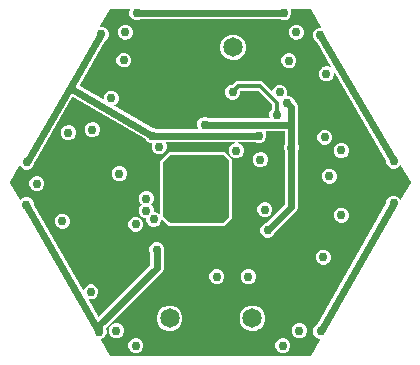
<source format=gbr>
G04 EAGLE Gerber RS-274X export*
G75*
%MOMM*%
%FSLAX34Y34*%
%LPD*%
%INEAGLE Copper Layer 2*%
%IPPOS*%
%AMOC8*
5,1,8,0,0,1.08239X$1,22.5*%
G01*
%ADD10C,1.650000*%
%ADD11C,0.756400*%
%ADD12C,0.609600*%
%ADD13C,0.304800*%

G36*
X430826Y199257D02*
X430826Y199257D01*
X430900Y199264D01*
X430924Y199277D01*
X430950Y199282D01*
X431011Y199324D01*
X431076Y199359D01*
X431095Y199381D01*
X431116Y199395D01*
X431145Y199440D01*
X431193Y199496D01*
X439086Y213167D01*
X439097Y213203D01*
X439118Y213234D01*
X439129Y213297D01*
X439150Y213357D01*
X439147Y213395D01*
X439153Y213431D01*
X439140Y213494D01*
X439135Y213557D01*
X439118Y213590D01*
X439110Y213627D01*
X439073Y213679D01*
X439044Y213736D01*
X439015Y213760D01*
X438994Y213790D01*
X438940Y213824D01*
X438891Y213865D01*
X438855Y213877D01*
X438824Y213896D01*
X438751Y213909D01*
X438700Y213925D01*
X438675Y213923D01*
X438646Y213928D01*
X438486Y213928D01*
X436162Y214891D01*
X434383Y216669D01*
X433421Y218993D01*
X433421Y221509D01*
X434383Y223832D01*
X436162Y225611D01*
X436264Y225653D01*
X436327Y225696D01*
X436395Y225733D01*
X436411Y225753D01*
X436430Y225765D01*
X436434Y225772D01*
X436435Y225772D01*
X436449Y225793D01*
X436460Y225811D01*
X436510Y225871D01*
X495095Y328876D01*
X495103Y328903D01*
X495109Y328912D01*
X495111Y328920D01*
X495129Y328949D01*
X495141Y329017D01*
X495157Y329066D01*
X495155Y329094D01*
X495161Y329127D01*
X495161Y330063D01*
X496123Y332387D01*
X497902Y334165D01*
X498012Y334211D01*
X498013Y334211D01*
X499237Y334718D01*
X500226Y335128D01*
X502741Y335128D01*
X505065Y334165D01*
X506844Y332387D01*
X506898Y332257D01*
X506937Y332199D01*
X506969Y332136D01*
X506992Y332116D01*
X507009Y332090D01*
X507068Y332052D01*
X507122Y332007D01*
X507151Y331997D01*
X507177Y331980D01*
X507246Y331967D01*
X507313Y331946D01*
X507344Y331949D01*
X507374Y331944D01*
X507443Y331959D01*
X507512Y331965D01*
X507540Y331980D01*
X507570Y331986D01*
X507627Y332027D01*
X507689Y332060D01*
X507711Y332085D01*
X507734Y332101D01*
X507761Y332145D01*
X507805Y332197D01*
X515744Y345948D01*
X515768Y346018D01*
X515799Y346086D01*
X515800Y346113D01*
X515808Y346138D01*
X515803Y346212D01*
X515805Y346286D01*
X515796Y346313D01*
X515794Y346338D01*
X515770Y346386D01*
X515744Y346456D01*
X507588Y360583D01*
X507541Y360637D01*
X507500Y360696D01*
X507475Y360712D01*
X507456Y360734D01*
X507391Y360765D01*
X507331Y360803D01*
X507302Y360808D01*
X507275Y360821D01*
X507204Y360825D01*
X507133Y360837D01*
X507104Y360830D01*
X507075Y360832D01*
X507008Y360807D01*
X506938Y360791D01*
X506912Y360773D01*
X506886Y360764D01*
X506848Y360729D01*
X506790Y360688D01*
X505232Y359130D01*
X504886Y358987D01*
X503662Y358480D01*
X502908Y358167D01*
X500392Y358167D01*
X498068Y359130D01*
X496290Y360908D01*
X495327Y363232D01*
X495327Y364100D01*
X495326Y364105D01*
X495327Y364109D01*
X495319Y364147D01*
X495320Y364187D01*
X495298Y364248D01*
X495288Y364297D01*
X495284Y364302D01*
X495284Y364305D01*
X495269Y364325D01*
X495258Y364356D01*
X451768Y438910D01*
X451723Y438961D01*
X451685Y439017D01*
X451657Y439035D01*
X451635Y439060D01*
X451574Y439089D01*
X451517Y439126D01*
X451484Y439132D01*
X451454Y439146D01*
X451386Y439150D01*
X451320Y439162D01*
X451287Y439155D01*
X451254Y439156D01*
X451190Y439133D01*
X451124Y439118D01*
X451097Y439099D01*
X451066Y439088D01*
X451016Y439041D01*
X450961Y439002D01*
X450943Y438974D01*
X450919Y438951D01*
X450891Y438890D01*
X450855Y438832D01*
X450848Y438796D01*
X450836Y438769D01*
X450834Y438719D01*
X450823Y438655D01*
X450823Y437118D01*
X449860Y434794D01*
X448082Y433016D01*
X446928Y432538D01*
X445758Y432053D01*
X443242Y432053D01*
X440918Y433016D01*
X439140Y434794D01*
X438177Y437118D01*
X438177Y439634D01*
X439140Y441958D01*
X440918Y443736D01*
X441017Y443777D01*
X442241Y444284D01*
X443242Y444699D01*
X445758Y444699D01*
X447840Y443836D01*
X447876Y443829D01*
X447910Y443813D01*
X447974Y443810D01*
X448037Y443798D01*
X448073Y443805D01*
X448110Y443803D01*
X448170Y443825D01*
X448233Y443838D01*
X448264Y443859D01*
X448298Y443872D01*
X448345Y443916D01*
X448398Y443952D01*
X448418Y443983D01*
X448445Y444008D01*
X448472Y444066D01*
X448507Y444120D01*
X448513Y444157D01*
X448528Y444191D01*
X448530Y444255D01*
X448541Y444318D01*
X448533Y444354D01*
X448534Y444391D01*
X448508Y444461D01*
X448497Y444513D01*
X448482Y444533D01*
X448472Y444560D01*
X436239Y465532D01*
X436189Y465588D01*
X436146Y465648D01*
X436122Y465663D01*
X436105Y465682D01*
X436057Y465705D01*
X435995Y465745D01*
X435838Y465810D01*
X434060Y467588D01*
X433097Y469912D01*
X433097Y472428D01*
X434060Y474752D01*
X435838Y476530D01*
X436364Y476748D01*
X436365Y476748D01*
X437589Y477255D01*
X438162Y477493D01*
X439214Y477493D01*
X439250Y477500D01*
X439288Y477498D01*
X439348Y477520D01*
X439410Y477532D01*
X439441Y477553D01*
X439476Y477566D01*
X439523Y477609D01*
X439576Y477645D01*
X439596Y477676D01*
X439624Y477702D01*
X439651Y477760D01*
X439685Y477813D01*
X439692Y477850D01*
X439708Y477884D01*
X439710Y477948D01*
X439721Y478010D01*
X439713Y478047D01*
X439714Y478084D01*
X439689Y478154D01*
X439677Y478206D01*
X439663Y478226D01*
X439653Y478254D01*
X431193Y492908D01*
X431144Y492963D01*
X431101Y493023D01*
X431078Y493038D01*
X431060Y493058D01*
X430994Y493090D01*
X430931Y493129D01*
X430902Y493134D01*
X430880Y493145D01*
X430826Y493148D01*
X430754Y493161D01*
X414916Y493161D01*
X414912Y493160D01*
X414908Y493161D01*
X414814Y493141D01*
X414719Y493122D01*
X414716Y493119D01*
X414712Y493119D01*
X414633Y493063D01*
X414553Y493009D01*
X414551Y493006D01*
X414548Y493003D01*
X414497Y492921D01*
X414444Y492841D01*
X414444Y492837D01*
X414441Y492834D01*
X414426Y492738D01*
X414409Y492644D01*
X414410Y492640D01*
X414409Y492636D01*
X414447Y492460D01*
X414852Y491482D01*
X414852Y488967D01*
X413890Y486643D01*
X412111Y484864D01*
X411920Y484785D01*
X410695Y484278D01*
X409787Y483901D01*
X407272Y483901D01*
X405593Y484597D01*
X405584Y484599D01*
X405576Y484603D01*
X405399Y484635D01*
X405396Y484635D01*
X287005Y484635D01*
X286996Y484634D01*
X286987Y484635D01*
X286811Y484597D01*
X286809Y484596D01*
X286040Y484278D01*
X285132Y483901D01*
X282617Y483901D01*
X280293Y484864D01*
X278514Y486643D01*
X277552Y488966D01*
X277552Y491482D01*
X277957Y492460D01*
X277958Y492464D01*
X277960Y492467D01*
X277977Y492562D01*
X277996Y492657D01*
X277995Y492660D01*
X277995Y492664D01*
X277974Y492758D01*
X277955Y492853D01*
X277953Y492856D01*
X277952Y492860D01*
X277896Y492939D01*
X277841Y493018D01*
X277838Y493020D01*
X277836Y493023D01*
X277754Y493074D01*
X277673Y493127D01*
X277669Y493127D01*
X277666Y493129D01*
X277488Y493161D01*
X261650Y493161D01*
X261578Y493147D01*
X261504Y493140D01*
X261480Y493127D01*
X261454Y493122D01*
X261393Y493080D01*
X261328Y493045D01*
X261309Y493023D01*
X261288Y493009D01*
X261259Y492964D01*
X261211Y492908D01*
X253185Y479006D01*
X253174Y478971D01*
X253153Y478940D01*
X253142Y478877D01*
X253122Y478816D01*
X253124Y478779D01*
X253118Y478742D01*
X253132Y478680D01*
X253136Y478616D01*
X253153Y478583D01*
X253161Y478547D01*
X253198Y478495D01*
X253227Y478438D01*
X253256Y478414D01*
X253277Y478383D01*
X253331Y478350D01*
X253380Y478308D01*
X253416Y478297D01*
X253447Y478277D01*
X253520Y478264D01*
X253571Y478248D01*
X253596Y478251D01*
X253625Y478245D01*
X255196Y478245D01*
X257519Y477283D01*
X259298Y475504D01*
X260261Y473180D01*
X260261Y470665D01*
X259298Y468341D01*
X257519Y466563D01*
X257426Y466524D01*
X257371Y466501D01*
X257309Y466460D01*
X257243Y466425D01*
X257225Y466403D01*
X257205Y466389D01*
X257175Y466344D01*
X257126Y466287D01*
X235561Y429186D01*
X235560Y429182D01*
X235557Y429178D01*
X235528Y429087D01*
X235497Y428996D01*
X235497Y428992D01*
X235496Y428987D01*
X235504Y428892D01*
X235511Y428796D01*
X235513Y428792D01*
X235513Y428788D01*
X235558Y428703D01*
X235601Y428617D01*
X235605Y428614D01*
X235607Y428610D01*
X235744Y428493D01*
X255296Y417056D01*
X255333Y417043D01*
X255365Y417022D01*
X255426Y417011D01*
X255485Y416991D01*
X255524Y416993D01*
X255562Y416986D01*
X255623Y417000D01*
X255685Y417004D01*
X255720Y417022D01*
X255758Y417030D01*
X255809Y417066D01*
X255865Y417094D01*
X255890Y417124D01*
X255921Y417146D01*
X255954Y417199D01*
X255995Y417246D01*
X256007Y417283D01*
X256027Y417316D01*
X256040Y417387D01*
X256056Y417437D01*
X256054Y417463D01*
X256059Y417494D01*
X256059Y419088D01*
X257022Y421412D01*
X258800Y423190D01*
X259517Y423487D01*
X260741Y423994D01*
X261124Y424153D01*
X263640Y424153D01*
X265964Y423190D01*
X267742Y421412D01*
X268705Y419088D01*
X268705Y416572D01*
X267742Y414248D01*
X265964Y412470D01*
X265428Y412248D01*
X265251Y412175D01*
X265194Y412137D01*
X265133Y412106D01*
X265112Y412081D01*
X265085Y412063D01*
X265047Y412006D01*
X265002Y411953D01*
X264993Y411923D01*
X264975Y411896D01*
X264962Y411828D01*
X264941Y411762D01*
X264944Y411730D01*
X264938Y411698D01*
X264953Y411631D01*
X264959Y411563D01*
X264974Y411534D01*
X264981Y411503D01*
X265020Y411446D01*
X265052Y411386D01*
X265079Y411363D01*
X265096Y411339D01*
X265139Y411312D01*
X265189Y411268D01*
X297321Y392472D01*
X297363Y392458D01*
X297400Y392435D01*
X297464Y392423D01*
X297511Y392407D01*
X297542Y392409D01*
X297577Y392403D01*
X298438Y392403D01*
X300116Y391707D01*
X300125Y391706D01*
X300133Y391701D01*
X300311Y391669D01*
X335220Y391669D01*
X335224Y391670D01*
X335228Y391669D01*
X335322Y391689D01*
X335417Y391708D01*
X335420Y391711D01*
X335424Y391711D01*
X335503Y391767D01*
X335582Y391821D01*
X335584Y391824D01*
X335588Y391827D01*
X335639Y391909D01*
X335692Y391989D01*
X335692Y391993D01*
X335694Y391996D01*
X335710Y392092D01*
X335727Y392186D01*
X335726Y392190D01*
X335727Y392194D01*
X335689Y392370D01*
X334971Y394102D01*
X334971Y396618D01*
X335934Y398942D01*
X337712Y400720D01*
X338793Y401168D01*
X340018Y401675D01*
X340036Y401683D01*
X342552Y401683D01*
X344230Y400987D01*
X344239Y400986D01*
X344247Y400981D01*
X344424Y400949D01*
X396193Y400949D01*
X396197Y400950D01*
X396201Y400949D01*
X396295Y400969D01*
X396390Y400988D01*
X396393Y400991D01*
X396397Y400991D01*
X396476Y401047D01*
X396555Y401101D01*
X396558Y401104D01*
X396561Y401107D01*
X396612Y401189D01*
X396665Y401269D01*
X396665Y401273D01*
X396667Y401276D01*
X396683Y401372D01*
X396700Y401466D01*
X396699Y401470D01*
X396700Y401474D01*
X396662Y401650D01*
X396267Y402602D01*
X396267Y405118D01*
X397230Y407442D01*
X398377Y408588D01*
X398381Y408595D01*
X398387Y408600D01*
X398436Y408678D01*
X398488Y408755D01*
X398489Y408763D01*
X398493Y408770D01*
X398525Y408947D01*
X398525Y412126D01*
X398524Y412134D01*
X398525Y412142D01*
X398504Y412232D01*
X398486Y412323D01*
X398481Y412329D01*
X398479Y412337D01*
X398377Y412485D01*
X387085Y423777D01*
X387078Y423781D01*
X387074Y423787D01*
X386995Y423836D01*
X386918Y423888D01*
X386910Y423889D01*
X386904Y423893D01*
X386726Y423925D01*
X371925Y423925D01*
X371917Y423924D01*
X371910Y423925D01*
X371820Y423904D01*
X371729Y423886D01*
X371722Y423881D01*
X371714Y423879D01*
X371566Y423777D01*
X371442Y423653D01*
X371438Y423646D01*
X371432Y423642D01*
X371383Y423563D01*
X371331Y423486D01*
X371330Y423478D01*
X371326Y423471D01*
X371294Y423294D01*
X371294Y421672D01*
X370331Y419348D01*
X368553Y417570D01*
X367952Y417321D01*
X366727Y416813D01*
X366229Y416607D01*
X363713Y416607D01*
X361390Y417570D01*
X359611Y419348D01*
X358648Y421672D01*
X358648Y424187D01*
X359611Y426511D01*
X361390Y428290D01*
X362040Y428559D01*
X363265Y429067D01*
X363713Y429252D01*
X365335Y429252D01*
X365343Y429254D01*
X365351Y429253D01*
X365441Y429274D01*
X365532Y429292D01*
X365538Y429297D01*
X365546Y429298D01*
X365694Y429401D01*
X368348Y432055D01*
X390304Y432055D01*
X398090Y424268D01*
X398093Y424266D01*
X398095Y424263D01*
X398177Y424211D01*
X398257Y424158D01*
X398261Y424157D01*
X398264Y424155D01*
X398360Y424138D01*
X398454Y424120D01*
X398458Y424121D01*
X398461Y424120D01*
X398556Y424142D01*
X398650Y424162D01*
X398653Y424164D01*
X398657Y424165D01*
X398735Y424221D01*
X398814Y424276D01*
X398817Y424279D01*
X398820Y424281D01*
X398917Y424433D01*
X399770Y426492D01*
X401548Y428270D01*
X402247Y428559D01*
X403471Y429067D01*
X403872Y429233D01*
X406388Y429233D01*
X408712Y428270D01*
X410490Y426492D01*
X411453Y424168D01*
X411453Y421652D01*
X410927Y420384D01*
X410927Y420380D01*
X410925Y420377D01*
X410907Y420282D01*
X410889Y420187D01*
X410890Y420184D01*
X410889Y420180D01*
X410910Y420083D01*
X410929Y419991D01*
X410932Y419988D01*
X410932Y419984D01*
X410989Y419905D01*
X411043Y419826D01*
X411046Y419824D01*
X411048Y419821D01*
X411130Y419770D01*
X411212Y419717D01*
X411215Y419717D01*
X411219Y419715D01*
X411396Y419683D01*
X412738Y419683D01*
X415062Y418720D01*
X416840Y416942D01*
X417536Y415263D01*
X417541Y415255D01*
X417543Y415246D01*
X417645Y415098D01*
X419548Y413196D01*
X420399Y411142D01*
X420399Y379051D01*
X420401Y379042D01*
X420399Y379033D01*
X420437Y378856D01*
X421133Y377178D01*
X421133Y374662D01*
X420437Y372984D01*
X420436Y372975D01*
X420431Y372967D01*
X420399Y372789D01*
X420399Y324798D01*
X419548Y322744D01*
X417904Y321101D01*
X401135Y304332D01*
X401130Y304324D01*
X401123Y304319D01*
X401026Y304167D01*
X400330Y302488D01*
X398552Y300710D01*
X398415Y300653D01*
X397190Y300146D01*
X396228Y299747D01*
X393712Y299747D01*
X391388Y300710D01*
X389610Y302488D01*
X388647Y304812D01*
X388647Y307328D01*
X389610Y309652D01*
X391388Y311430D01*
X392503Y311892D01*
X393067Y312126D01*
X393075Y312131D01*
X393084Y312133D01*
X393232Y312235D01*
X409073Y328076D01*
X409077Y328083D01*
X409083Y328087D01*
X409132Y328166D01*
X409184Y328243D01*
X409185Y328251D01*
X409189Y328258D01*
X409221Y328435D01*
X409221Y372789D01*
X409219Y372798D01*
X409221Y372807D01*
X409183Y372984D01*
X408487Y374662D01*
X408487Y377178D01*
X409183Y378856D01*
X409184Y378865D01*
X409189Y378873D01*
X409221Y379051D01*
X409221Y389264D01*
X409220Y389269D01*
X409221Y389274D01*
X409200Y389367D01*
X409182Y389461D01*
X409179Y389465D01*
X409178Y389470D01*
X409122Y389548D01*
X409069Y389626D01*
X409065Y389629D01*
X409062Y389633D01*
X408980Y389684D01*
X408901Y389736D01*
X408896Y389736D01*
X408891Y389739D01*
X408714Y389771D01*
X393424Y389771D01*
X393420Y389770D01*
X393416Y389771D01*
X393322Y389751D01*
X393227Y389732D01*
X393224Y389729D01*
X393220Y389729D01*
X393141Y389673D01*
X393062Y389619D01*
X393059Y389616D01*
X393056Y389613D01*
X393005Y389531D01*
X392952Y389451D01*
X392952Y389447D01*
X392949Y389444D01*
X392934Y389348D01*
X392917Y389254D01*
X392918Y389250D01*
X392917Y389246D01*
X392955Y389070D01*
X393673Y387338D01*
X393673Y384822D01*
X392710Y382498D01*
X390932Y380720D01*
X389897Y380291D01*
X388673Y379784D01*
X388672Y379784D01*
X388608Y379757D01*
X386092Y379757D01*
X384414Y380453D01*
X384405Y380454D01*
X384397Y380459D01*
X384219Y380491D01*
X370204Y380491D01*
X370203Y380491D01*
X370201Y380491D01*
X370106Y380472D01*
X370008Y380452D01*
X370006Y380451D01*
X370005Y380451D01*
X369925Y380395D01*
X369842Y380339D01*
X369841Y380338D01*
X369840Y380337D01*
X369785Y380252D01*
X369733Y380171D01*
X369732Y380170D01*
X369732Y380169D01*
X369714Y380070D01*
X369697Y379974D01*
X369697Y379972D01*
X369697Y379971D01*
X369719Y379875D01*
X369740Y379778D01*
X369741Y379777D01*
X369742Y379776D01*
X369799Y379695D01*
X369856Y379615D01*
X369858Y379614D01*
X369858Y379613D01*
X370010Y379515D01*
X371882Y378740D01*
X373660Y376962D01*
X374623Y374638D01*
X374623Y372122D01*
X373660Y369798D01*
X371882Y368020D01*
X370893Y367610D01*
X370892Y367610D01*
X369668Y367103D01*
X369558Y367057D01*
X367042Y367057D01*
X364718Y368020D01*
X362940Y369798D01*
X361977Y372122D01*
X361977Y374638D01*
X362940Y376962D01*
X364718Y378740D01*
X364981Y378849D01*
X366205Y379356D01*
X366206Y379356D01*
X366590Y379515D01*
X366591Y379516D01*
X366592Y379516D01*
X366675Y379573D01*
X366756Y379627D01*
X366757Y379628D01*
X366758Y379629D01*
X366811Y379710D01*
X366867Y379795D01*
X366867Y379796D01*
X366867Y379797D01*
X366885Y379894D01*
X366903Y379992D01*
X366903Y379993D01*
X366903Y379994D01*
X366881Y380093D01*
X366861Y380188D01*
X366860Y380189D01*
X366860Y380190D01*
X366801Y380272D01*
X366745Y380352D01*
X366744Y380352D01*
X366744Y380353D01*
X366659Y380406D01*
X366576Y380458D01*
X366574Y380459D01*
X366573Y380459D01*
X366396Y380491D01*
X308833Y380491D01*
X308829Y380490D01*
X308825Y380491D01*
X308731Y380471D01*
X308636Y380452D01*
X308633Y380449D01*
X308629Y380449D01*
X308550Y380393D01*
X308470Y380339D01*
X308468Y380336D01*
X308465Y380333D01*
X308413Y380251D01*
X308361Y380171D01*
X308361Y380167D01*
X308358Y380164D01*
X308343Y380068D01*
X308326Y379974D01*
X308326Y379970D01*
X308326Y379966D01*
X308364Y379790D01*
X309219Y377727D01*
X309219Y375211D01*
X308256Y372888D01*
X306477Y371109D01*
X305378Y370654D01*
X304154Y370146D01*
X301638Y370146D01*
X299314Y371109D01*
X297536Y372888D01*
X296573Y375211D01*
X296573Y377727D01*
X297124Y379056D01*
X297124Y379060D01*
X297127Y379063D01*
X297144Y379158D01*
X297162Y379253D01*
X297162Y379256D01*
X297162Y379260D01*
X297141Y379354D01*
X297122Y379449D01*
X297120Y379452D01*
X297119Y379456D01*
X297063Y379535D01*
X297008Y379614D01*
X297005Y379616D01*
X297003Y379619D01*
X296921Y379670D01*
X296840Y379723D01*
X296836Y379723D01*
X296832Y379725D01*
X296655Y379757D01*
X295922Y379757D01*
X293598Y380720D01*
X291820Y382498D01*
X291753Y382661D01*
X291711Y382722D01*
X291677Y382787D01*
X291655Y382806D01*
X291641Y382827D01*
X291596Y382856D01*
X291540Y382904D01*
X230129Y418828D01*
X230123Y418830D01*
X230119Y418834D01*
X230086Y418845D01*
X230077Y418850D01*
X230058Y418853D01*
X230029Y418863D01*
X229939Y418893D01*
X229933Y418893D01*
X229928Y418895D01*
X229834Y418886D01*
X229739Y418880D01*
X229734Y418877D01*
X229728Y418877D01*
X229645Y418832D01*
X229560Y418790D01*
X229556Y418785D01*
X229551Y418783D01*
X229513Y418737D01*
X229501Y418730D01*
X229486Y418706D01*
X229434Y418645D01*
X197342Y363433D01*
X197328Y363392D01*
X197305Y363356D01*
X197294Y363291D01*
X197278Y363244D01*
X197280Y363213D01*
X197273Y363179D01*
X197273Y362301D01*
X196311Y359977D01*
X194532Y358199D01*
X193986Y357972D01*
X192762Y357465D01*
X192208Y357236D01*
X189693Y357236D01*
X187369Y358199D01*
X185591Y359977D01*
X185514Y360161D01*
X185475Y360219D01*
X185443Y360282D01*
X185420Y360302D01*
X185403Y360327D01*
X185344Y360366D01*
X185290Y360411D01*
X185261Y360421D01*
X185235Y360438D01*
X185166Y360450D01*
X185099Y360471D01*
X185068Y360468D01*
X185038Y360474D01*
X184969Y360459D01*
X184900Y360453D01*
X184872Y360438D01*
X184842Y360432D01*
X184785Y360391D01*
X184723Y360358D01*
X184701Y360333D01*
X184678Y360316D01*
X184651Y360273D01*
X184606Y360221D01*
X176660Y346456D01*
X176636Y346386D01*
X176605Y346318D01*
X176604Y346291D01*
X176596Y346266D01*
X176601Y346192D01*
X176599Y346118D01*
X176608Y346091D01*
X176610Y346066D01*
X176634Y346018D01*
X176660Y345948D01*
X184816Y331821D01*
X184863Y331767D01*
X184904Y331708D01*
X184929Y331692D01*
X184948Y331670D01*
X185013Y331639D01*
X185073Y331601D01*
X185102Y331596D01*
X185129Y331583D01*
X185200Y331579D01*
X185271Y331567D01*
X185300Y331574D01*
X185329Y331572D01*
X185396Y331597D01*
X185466Y331613D01*
X185492Y331631D01*
X185518Y331640D01*
X185556Y331675D01*
X185614Y331716D01*
X186918Y333020D01*
X187344Y333196D01*
X188568Y333704D01*
X188569Y333704D01*
X189242Y333983D01*
X191758Y333983D01*
X194082Y333020D01*
X195860Y331242D01*
X196823Y328918D01*
X196823Y327993D01*
X196831Y327953D01*
X196829Y327911D01*
X196852Y327847D01*
X196862Y327797D01*
X196878Y327773D01*
X196890Y327742D01*
X238120Y255558D01*
X238167Y255504D01*
X238207Y255445D01*
X238232Y255429D01*
X238252Y255407D01*
X238316Y255375D01*
X238376Y255337D01*
X238405Y255332D01*
X238432Y255318D01*
X238503Y255314D01*
X238573Y255302D01*
X238602Y255309D01*
X238632Y255307D01*
X238699Y255331D01*
X238769Y255347D01*
X238793Y255364D01*
X238821Y255374D01*
X238873Y255422D01*
X238932Y255463D01*
X238949Y255490D01*
X238969Y255509D01*
X238991Y255556D01*
X239029Y255615D01*
X239750Y257356D01*
X241528Y259134D01*
X241537Y259138D01*
X242762Y259645D01*
X243852Y260097D01*
X246368Y260097D01*
X248692Y259134D01*
X250470Y257356D01*
X251433Y255032D01*
X251433Y252516D01*
X250470Y250192D01*
X248692Y248414D01*
X248674Y248406D01*
X248673Y248406D01*
X247449Y247899D01*
X246368Y247451D01*
X243852Y247451D01*
X243779Y247482D01*
X243744Y247489D01*
X243713Y247504D01*
X243647Y247508D01*
X243582Y247520D01*
X243548Y247513D01*
X243513Y247515D01*
X243450Y247493D01*
X243386Y247480D01*
X243357Y247460D01*
X243324Y247448D01*
X243275Y247404D01*
X243220Y247366D01*
X243201Y247337D01*
X243176Y247314D01*
X243148Y247254D01*
X243112Y247198D01*
X243106Y247163D01*
X243091Y247132D01*
X243089Y247066D01*
X243077Y247000D01*
X243085Y246966D01*
X243084Y246931D01*
X243110Y246858D01*
X243122Y246805D01*
X243135Y246786D01*
X243144Y246762D01*
X250925Y233139D01*
X250973Y233084D01*
X251014Y233025D01*
X251038Y233009D01*
X251057Y232988D01*
X251122Y232956D01*
X251183Y232917D01*
X251211Y232912D01*
X251237Y232900D01*
X251309Y232896D01*
X251381Y232883D01*
X251409Y232890D01*
X251437Y232888D01*
X251506Y232912D01*
X251576Y232929D01*
X251601Y232946D01*
X251626Y232955D01*
X251665Y232991D01*
X251724Y233032D01*
X295253Y276560D01*
X295257Y276567D01*
X295263Y276571D01*
X295312Y276650D01*
X295364Y276727D01*
X295365Y276735D01*
X295369Y276742D01*
X295401Y276919D01*
X295401Y286429D01*
X295399Y286438D01*
X295401Y286447D01*
X295363Y286624D01*
X294667Y288302D01*
X294667Y290818D01*
X295630Y293142D01*
X297408Y294920D01*
X297970Y295153D01*
X299194Y295660D01*
X299732Y295883D01*
X302248Y295883D01*
X304572Y294920D01*
X306350Y293142D01*
X307313Y290818D01*
X307313Y288302D01*
X306617Y286624D01*
X306616Y286615D01*
X306611Y286607D01*
X306579Y286429D01*
X306579Y273282D01*
X305728Y271228D01*
X257805Y223305D01*
X257801Y223300D01*
X257796Y223296D01*
X257746Y223216D01*
X257694Y223138D01*
X257693Y223132D01*
X257689Y223126D01*
X257674Y223033D01*
X257656Y222941D01*
X257658Y222935D01*
X257656Y222928D01*
X257695Y222752D01*
X258307Y221273D01*
X258307Y218758D01*
X257345Y216434D01*
X255566Y214655D01*
X255000Y214421D01*
X253775Y213913D01*
X253593Y213838D01*
X253561Y213817D01*
X253525Y213804D01*
X253479Y213761D01*
X253427Y213726D01*
X253406Y213694D01*
X253377Y213668D01*
X253351Y213611D01*
X253317Y213559D01*
X253310Y213521D01*
X253294Y213486D01*
X253292Y213423D01*
X253280Y213362D01*
X253288Y213324D01*
X253287Y213285D01*
X253312Y213217D01*
X253323Y213166D01*
X253338Y213144D01*
X253348Y213116D01*
X261211Y199496D01*
X261260Y199441D01*
X261303Y199381D01*
X261326Y199366D01*
X261344Y199346D01*
X261410Y199314D01*
X261473Y199275D01*
X261502Y199270D01*
X261524Y199259D01*
X261578Y199256D01*
X261650Y199243D01*
X430754Y199243D01*
X430826Y199257D01*
G37*
%LPC*%
G36*
X297192Y308783D02*
X297192Y308783D01*
X294868Y309746D01*
X293090Y311524D01*
X292127Y313848D01*
X292127Y315750D01*
X292126Y315755D01*
X292127Y315760D01*
X292106Y315853D01*
X292088Y315947D01*
X292085Y315951D01*
X292084Y315956D01*
X292028Y316034D01*
X291975Y316112D01*
X291971Y316115D01*
X291968Y316119D01*
X291886Y316170D01*
X291807Y316222D01*
X291802Y316222D01*
X291797Y316225D01*
X291620Y316257D01*
X290842Y316257D01*
X288518Y317220D01*
X286740Y318998D01*
X285777Y321322D01*
X285777Y323838D01*
X286740Y326162D01*
X287880Y327301D01*
X287883Y327306D01*
X287887Y327309D01*
X287938Y327389D01*
X287991Y327468D01*
X287992Y327473D01*
X287994Y327478D01*
X288010Y327572D01*
X288028Y327665D01*
X288027Y327670D01*
X288028Y327676D01*
X288006Y327768D01*
X287987Y327861D01*
X287984Y327866D01*
X287982Y327871D01*
X287880Y328019D01*
X286740Y329158D01*
X285777Y331482D01*
X285777Y333998D01*
X286740Y336322D01*
X288518Y338100D01*
X288926Y338269D01*
X290150Y338776D01*
X290842Y339063D01*
X293358Y339063D01*
X295682Y338100D01*
X297460Y336322D01*
X298423Y333998D01*
X298423Y331482D01*
X297460Y329158D01*
X296320Y328019D01*
X296317Y328014D01*
X296313Y328011D01*
X296262Y327931D01*
X296209Y327852D01*
X296208Y327847D01*
X296206Y327842D01*
X296190Y327748D01*
X296172Y327655D01*
X296173Y327650D01*
X296172Y327645D01*
X296194Y327552D01*
X296213Y327459D01*
X296216Y327454D01*
X296218Y327449D01*
X296320Y327301D01*
X297460Y326162D01*
X298423Y323838D01*
X298423Y321936D01*
X298424Y321931D01*
X298423Y321926D01*
X298444Y321833D01*
X298462Y321739D01*
X298465Y321735D01*
X298466Y321730D01*
X298522Y321652D01*
X298575Y321574D01*
X298579Y321571D01*
X298582Y321567D01*
X298664Y321516D01*
X298743Y321464D01*
X298748Y321464D01*
X298753Y321461D01*
X298930Y321429D01*
X299708Y321429D01*
X302032Y320466D01*
X302663Y319834D01*
X302666Y319833D01*
X302667Y319831D01*
X302747Y319779D01*
X302830Y319723D01*
X302833Y319723D01*
X302835Y319721D01*
X302931Y319704D01*
X303027Y319686D01*
X303030Y319686D01*
X303032Y319686D01*
X303129Y319707D01*
X303223Y319727D01*
X303225Y319729D01*
X303228Y319729D01*
X303308Y319786D01*
X303388Y319842D01*
X303389Y319844D01*
X303391Y319845D01*
X303443Y319929D01*
X303495Y320011D01*
X303496Y320013D01*
X303497Y320016D01*
X303529Y320193D01*
X303529Y364798D01*
X310842Y372111D01*
X358448Y372111D01*
X364491Y366068D01*
X364491Y315922D01*
X358448Y309879D01*
X310842Y309879D01*
X305910Y314811D01*
X305639Y315082D01*
X305636Y315084D01*
X305635Y315086D01*
X305553Y315139D01*
X305472Y315193D01*
X305469Y315194D01*
X305467Y315195D01*
X305370Y315213D01*
X305275Y315231D01*
X305272Y315230D01*
X305270Y315231D01*
X305173Y315209D01*
X305079Y315189D01*
X305077Y315188D01*
X305074Y315187D01*
X304994Y315130D01*
X304914Y315075D01*
X304913Y315073D01*
X304911Y315071D01*
X304859Y314987D01*
X304807Y314906D01*
X304806Y314903D01*
X304805Y314901D01*
X304773Y314723D01*
X304773Y313848D01*
X303810Y311524D01*
X302032Y309746D01*
X300898Y309276D01*
X299708Y308783D01*
X297192Y308783D01*
G37*
%LPD*%
G36*
X356968Y312433D02*
X356968Y312433D01*
X357067Y312436D01*
X357125Y312453D01*
X357186Y312461D01*
X357278Y312497D01*
X357373Y312525D01*
X357425Y312555D01*
X357481Y312578D01*
X357561Y312636D01*
X357647Y312686D01*
X357722Y312752D01*
X357739Y312764D01*
X357746Y312774D01*
X357768Y312793D01*
X361578Y316603D01*
X361638Y316681D01*
X361706Y316753D01*
X361726Y316790D01*
X361749Y316817D01*
X361757Y316834D01*
X361772Y316854D01*
X361812Y316945D01*
X361860Y317031D01*
X361871Y317076D01*
X361885Y317105D01*
X361887Y317119D01*
X361899Y317146D01*
X361914Y317244D01*
X361939Y317339D01*
X361944Y317414D01*
X361944Y317417D01*
X361944Y317421D01*
X361945Y317439D01*
X361949Y317460D01*
X361947Y317472D01*
X361949Y317500D01*
X361949Y364490D01*
X361937Y364588D01*
X361934Y364687D01*
X361917Y364745D01*
X361909Y364806D01*
X361873Y364898D01*
X361845Y364993D01*
X361815Y365045D01*
X361792Y365101D01*
X361734Y365181D01*
X361684Y365267D01*
X361618Y365342D01*
X361606Y365359D01*
X361596Y365366D01*
X361578Y365388D01*
X357768Y369198D01*
X357689Y369258D01*
X357617Y369326D01*
X357564Y369355D01*
X357516Y369392D01*
X357425Y369432D01*
X357339Y369480D01*
X357280Y369495D01*
X357224Y369519D01*
X357126Y369534D01*
X357031Y369559D01*
X356931Y369565D01*
X356910Y369569D01*
X356898Y369567D01*
X356870Y369569D01*
X312420Y369569D01*
X312322Y369557D01*
X312223Y369554D01*
X312165Y369537D01*
X312104Y369529D01*
X312012Y369493D01*
X311917Y369465D01*
X311865Y369435D01*
X311809Y369412D01*
X311729Y369354D01*
X311643Y369304D01*
X311568Y369238D01*
X311551Y369226D01*
X311544Y369216D01*
X311523Y369198D01*
X306443Y364118D01*
X306382Y364039D01*
X306314Y363967D01*
X306285Y363914D01*
X306248Y363866D01*
X306208Y363775D01*
X306160Y363689D01*
X306145Y363630D01*
X306121Y363574D01*
X306106Y363476D01*
X306081Y363381D01*
X306075Y363281D01*
X306071Y363260D01*
X306073Y363248D01*
X306071Y363220D01*
X306071Y318770D01*
X306083Y318672D01*
X306086Y318573D01*
X306095Y318541D01*
X306096Y318530D01*
X306104Y318505D01*
X306111Y318454D01*
X306147Y318362D01*
X306175Y318267D01*
X306189Y318242D01*
X306194Y318228D01*
X306211Y318201D01*
X306228Y318159D01*
X306286Y318079D01*
X306336Y317993D01*
X306359Y317968D01*
X306364Y317959D01*
X306377Y317947D01*
X306402Y317918D01*
X306414Y317901D01*
X306424Y317894D01*
X306443Y317873D01*
X311523Y312793D01*
X311601Y312732D01*
X311673Y312664D01*
X311726Y312635D01*
X311774Y312598D01*
X311865Y312558D01*
X311951Y312510D01*
X312010Y312495D01*
X312066Y312471D01*
X312164Y312456D01*
X312259Y312431D01*
X312359Y312425D01*
X312380Y312421D01*
X312392Y312423D01*
X312420Y312421D01*
X356870Y312421D01*
X356968Y312433D01*
G37*
%LPC*%
G36*
X379564Y220619D02*
X379564Y220619D01*
X375598Y222262D01*
X372562Y225298D01*
X370919Y229264D01*
X370919Y233556D01*
X372562Y237522D01*
X375598Y240558D01*
X376367Y240877D01*
X377592Y241384D01*
X378817Y241891D01*
X379564Y242201D01*
X383856Y242201D01*
X387822Y240558D01*
X390858Y237522D01*
X392501Y233556D01*
X392501Y229264D01*
X390858Y225298D01*
X387822Y222262D01*
X387261Y222029D01*
X386036Y221522D01*
X384812Y221015D01*
X384811Y221015D01*
X383856Y220619D01*
X379564Y220619D01*
G37*
%LPD*%
%LPC*%
G36*
X309564Y220619D02*
X309564Y220619D01*
X305598Y222262D01*
X302562Y225298D01*
X300919Y229264D01*
X300919Y233556D01*
X302562Y237522D01*
X305598Y240558D01*
X306367Y240877D01*
X307592Y241384D01*
X308817Y241891D01*
X309564Y242201D01*
X313856Y242201D01*
X317822Y240558D01*
X320858Y237522D01*
X322501Y233556D01*
X322501Y229264D01*
X320858Y225298D01*
X317822Y222262D01*
X317261Y222029D01*
X316036Y221522D01*
X314812Y221015D01*
X314811Y221015D01*
X313856Y220619D01*
X309564Y220619D01*
G37*
%LPD*%
%LPC*%
G36*
X363334Y449949D02*
X363334Y449949D01*
X359368Y451592D01*
X356332Y454628D01*
X354689Y458594D01*
X354689Y462886D01*
X356332Y466852D01*
X359368Y469888D01*
X360009Y470154D01*
X361234Y470661D01*
X362459Y471168D01*
X363334Y471531D01*
X367626Y471531D01*
X371592Y469888D01*
X374628Y466852D01*
X376271Y462886D01*
X376271Y458594D01*
X374628Y454628D01*
X371592Y451592D01*
X370903Y451306D01*
X369678Y450799D01*
X368454Y450292D01*
X367626Y449949D01*
X363334Y449949D01*
G37*
%LPD*%
%LPC*%
G36*
X377202Y260377D02*
X377202Y260377D01*
X374878Y261340D01*
X373100Y263118D01*
X372137Y265442D01*
X372137Y267958D01*
X373100Y270282D01*
X374878Y272060D01*
X375521Y272326D01*
X376746Y272834D01*
X377202Y273023D01*
X379718Y273023D01*
X382042Y272060D01*
X383820Y270282D01*
X384783Y267958D01*
X384783Y265442D01*
X383820Y263118D01*
X382042Y261340D01*
X381433Y261088D01*
X380208Y260580D01*
X379718Y260377D01*
X377202Y260377D01*
G37*
%LPD*%
%LPC*%
G36*
X350532Y260377D02*
X350532Y260377D01*
X348208Y261340D01*
X346430Y263118D01*
X345467Y265442D01*
X345467Y267958D01*
X346430Y270282D01*
X348208Y272060D01*
X348851Y272326D01*
X350076Y272834D01*
X350532Y273023D01*
X353048Y273023D01*
X355372Y272060D01*
X357150Y270282D01*
X358113Y267958D01*
X358113Y265442D01*
X357150Y263118D01*
X355372Y261340D01*
X354763Y261088D01*
X353538Y260580D01*
X353048Y260377D01*
X350532Y260377D01*
G37*
%LPD*%
%LPC*%
G36*
X219722Y307367D02*
X219722Y307367D01*
X217398Y308330D01*
X215620Y310108D01*
X214657Y312432D01*
X214657Y314948D01*
X215620Y317272D01*
X217398Y319050D01*
X218486Y319501D01*
X219710Y320008D01*
X219711Y320008D01*
X219722Y320013D01*
X222238Y320013D01*
X224562Y319050D01*
X226340Y317272D01*
X227303Y314948D01*
X227303Y312432D01*
X226340Y310108D01*
X224562Y308330D01*
X224398Y308262D01*
X224397Y308262D01*
X223173Y307755D01*
X222238Y307367D01*
X219722Y307367D01*
G37*
%LPD*%
%LPC*%
G36*
X391172Y317047D02*
X391172Y317047D01*
X388848Y318010D01*
X387070Y319788D01*
X386107Y322112D01*
X386107Y324628D01*
X387070Y326952D01*
X388848Y328730D01*
X389834Y329138D01*
X391058Y329646D01*
X391059Y329646D01*
X391172Y329693D01*
X393688Y329693D01*
X396012Y328730D01*
X397790Y326952D01*
X398753Y324628D01*
X398753Y322112D01*
X397790Y319788D01*
X396012Y318010D01*
X395746Y317900D01*
X395745Y317900D01*
X394521Y317392D01*
X393688Y317047D01*
X391172Y317047D01*
G37*
%LPD*%
%LPC*%
G36*
X417842Y467387D02*
X417842Y467387D01*
X415518Y468350D01*
X413740Y470128D01*
X412777Y472452D01*
X412777Y474968D01*
X413740Y477292D01*
X415518Y479070D01*
X416035Y479284D01*
X416036Y479284D01*
X417260Y479792D01*
X417842Y480033D01*
X420358Y480033D01*
X422682Y479070D01*
X424460Y477292D01*
X425423Y474968D01*
X425423Y472452D01*
X424460Y470128D01*
X422682Y468350D01*
X421947Y468046D01*
X420723Y467538D01*
X420722Y467538D01*
X420358Y467387D01*
X417842Y467387D01*
G37*
%LPD*%
%LPC*%
G36*
X273062Y467387D02*
X273062Y467387D01*
X270738Y468350D01*
X268960Y470128D01*
X267997Y472452D01*
X267997Y474968D01*
X268960Y477292D01*
X270738Y479070D01*
X271255Y479284D01*
X271256Y479284D01*
X272480Y479792D01*
X273062Y480033D01*
X275578Y480033D01*
X277902Y479070D01*
X279680Y477292D01*
X280643Y474968D01*
X280643Y472452D01*
X279680Y470128D01*
X277902Y468350D01*
X277167Y468046D01*
X275943Y467538D01*
X275942Y467538D01*
X275578Y467387D01*
X273062Y467387D01*
G37*
%LPD*%
%LPC*%
G36*
X267982Y347517D02*
X267982Y347517D01*
X265658Y348480D01*
X263880Y350258D01*
X262917Y352582D01*
X262917Y355098D01*
X263880Y357422D01*
X265658Y359200D01*
X266559Y359573D01*
X266560Y359573D01*
X267784Y360081D01*
X267982Y360163D01*
X270498Y360163D01*
X272822Y359200D01*
X274600Y357422D01*
X275563Y355098D01*
X275563Y352582D01*
X274600Y350258D01*
X272822Y348480D01*
X272471Y348335D01*
X271246Y347827D01*
X270498Y347517D01*
X267982Y347517D01*
G37*
%LPD*%
%LPC*%
G36*
X406412Y201957D02*
X406412Y201957D01*
X404088Y202920D01*
X402310Y204698D01*
X401347Y207022D01*
X401347Y209538D01*
X402310Y211862D01*
X404088Y213640D01*
X404939Y213993D01*
X406164Y214500D01*
X406412Y214603D01*
X408928Y214603D01*
X411252Y213640D01*
X413030Y211862D01*
X413993Y209538D01*
X413993Y207022D01*
X413030Y204698D01*
X411252Y202920D01*
X410851Y202754D01*
X409626Y202247D01*
X408928Y201957D01*
X406412Y201957D01*
G37*
%LPD*%
%LPC*%
G36*
X281952Y201957D02*
X281952Y201957D01*
X279628Y202920D01*
X277850Y204698D01*
X276887Y207022D01*
X276887Y209538D01*
X277850Y211862D01*
X279628Y213640D01*
X280479Y213993D01*
X281704Y214500D01*
X281952Y214603D01*
X284468Y214603D01*
X286792Y213640D01*
X288570Y211862D01*
X289533Y209538D01*
X289533Y207022D01*
X288570Y204698D01*
X286792Y202920D01*
X286391Y202754D01*
X285166Y202247D01*
X284468Y201957D01*
X281952Y201957D01*
G37*
%LPD*%
%LPC*%
G36*
X411492Y443257D02*
X411492Y443257D01*
X409168Y444220D01*
X407390Y445998D01*
X406427Y448322D01*
X406427Y450838D01*
X407390Y453162D01*
X409168Y454940D01*
X410384Y455444D01*
X411492Y455903D01*
X414008Y455903D01*
X416332Y454940D01*
X418110Y453162D01*
X419073Y450838D01*
X419073Y448322D01*
X418110Y445998D01*
X416332Y444220D01*
X416296Y444205D01*
X416295Y444205D01*
X415071Y443698D01*
X414008Y443257D01*
X411492Y443257D01*
G37*
%LPD*%
%LPC*%
G36*
X271792Y443765D02*
X271792Y443765D01*
X269468Y444728D01*
X267690Y446506D01*
X266727Y448830D01*
X266727Y451346D01*
X267690Y453670D01*
X269468Y455448D01*
X270682Y455951D01*
X271792Y456411D01*
X274308Y456411D01*
X276632Y455448D01*
X278410Y453670D01*
X279373Y451346D01*
X279373Y448830D01*
X278410Y446506D01*
X276632Y444728D01*
X276594Y444712D01*
X276593Y444712D01*
X275369Y444205D01*
X274308Y443765D01*
X271792Y443765D01*
G37*
%LPD*%
%LPC*%
G36*
X245122Y384837D02*
X245122Y384837D01*
X242798Y385800D01*
X241020Y387578D01*
X240057Y389902D01*
X240057Y392418D01*
X241020Y394742D01*
X242798Y396520D01*
X242997Y396603D01*
X242998Y396603D01*
X244222Y397110D01*
X245122Y397483D01*
X247638Y397483D01*
X249962Y396520D01*
X251740Y394742D01*
X252703Y392418D01*
X252703Y389902D01*
X251740Y387578D01*
X249962Y385800D01*
X248909Y385364D01*
X247685Y384857D01*
X247684Y384857D01*
X247638Y384837D01*
X245122Y384837D01*
G37*
%LPD*%
%LPC*%
G36*
X420382Y214657D02*
X420382Y214657D01*
X418058Y215620D01*
X416280Y217398D01*
X415317Y219722D01*
X415317Y222238D01*
X416280Y224562D01*
X418058Y226340D01*
X418864Y226674D01*
X420089Y227181D01*
X420382Y227303D01*
X422898Y227303D01*
X425222Y226340D01*
X427000Y224562D01*
X427963Y222238D01*
X427963Y219722D01*
X427000Y217398D01*
X425222Y215620D01*
X424776Y215435D01*
X424775Y215435D01*
X423551Y214928D01*
X422898Y214657D01*
X420382Y214657D01*
G37*
%LPD*%
%LPC*%
G36*
X265442Y214657D02*
X265442Y214657D01*
X263118Y215620D01*
X261340Y217398D01*
X260377Y219722D01*
X260377Y222238D01*
X261340Y224562D01*
X263118Y226340D01*
X263924Y226674D01*
X265149Y227181D01*
X265442Y227303D01*
X267958Y227303D01*
X270282Y226340D01*
X272060Y224562D01*
X273023Y222238D01*
X273023Y219722D01*
X272060Y217398D01*
X270282Y215620D01*
X269836Y215435D01*
X269835Y215435D01*
X268611Y214928D01*
X267958Y214657D01*
X265442Y214657D01*
G37*
%LPD*%
%LPC*%
G36*
X198132Y339117D02*
X198132Y339117D01*
X195808Y340080D01*
X194030Y341858D01*
X193067Y344182D01*
X193067Y346698D01*
X194030Y349022D01*
X195808Y350800D01*
X196170Y350950D01*
X196171Y350950D01*
X197395Y351457D01*
X198132Y351763D01*
X200648Y351763D01*
X202972Y350800D01*
X204750Y349022D01*
X205713Y346698D01*
X205713Y344182D01*
X204750Y341858D01*
X202972Y340080D01*
X202082Y339711D01*
X200857Y339204D01*
X200648Y339117D01*
X198132Y339117D01*
G37*
%LPD*%
%LPC*%
G36*
X455942Y367260D02*
X455942Y367260D01*
X453618Y368223D01*
X451840Y370002D01*
X450877Y372325D01*
X450877Y374841D01*
X451840Y377165D01*
X453618Y378943D01*
X454615Y379356D01*
X455839Y379863D01*
X455840Y379863D01*
X455942Y379906D01*
X458458Y379906D01*
X460782Y378943D01*
X462560Y377165D01*
X463523Y374841D01*
X463523Y372325D01*
X462560Y370002D01*
X460782Y368223D01*
X460527Y368117D01*
X460526Y368117D01*
X459302Y367610D01*
X458458Y367260D01*
X455942Y367260D01*
G37*
%LPD*%
%LPC*%
G36*
X224802Y382297D02*
X224802Y382297D01*
X222478Y383260D01*
X220700Y385038D01*
X219737Y387362D01*
X219737Y389878D01*
X220700Y392202D01*
X222478Y393980D01*
X222686Y394066D01*
X222687Y394066D01*
X223911Y394574D01*
X224802Y394943D01*
X227318Y394943D01*
X229642Y393980D01*
X231420Y392202D01*
X232383Y389878D01*
X232383Y387362D01*
X231420Y385038D01*
X229642Y383260D01*
X228598Y382828D01*
X227374Y382320D01*
X227373Y382320D01*
X227318Y382297D01*
X224802Y382297D01*
G37*
%LPD*%
%LPC*%
G36*
X440702Y276887D02*
X440702Y276887D01*
X438378Y277850D01*
X436600Y279628D01*
X435637Y281952D01*
X435637Y284468D01*
X436600Y286792D01*
X438378Y288570D01*
X439574Y289066D01*
X439575Y289066D01*
X440702Y289533D01*
X443218Y289533D01*
X445542Y288570D01*
X447320Y286792D01*
X448283Y284468D01*
X448283Y281952D01*
X447320Y279628D01*
X445542Y277850D01*
X445486Y277827D01*
X444262Y277320D01*
X444261Y277320D01*
X443218Y276887D01*
X440702Y276887D01*
G37*
%LPD*%
%LPC*%
G36*
X441972Y378487D02*
X441972Y378487D01*
X439648Y379450D01*
X437870Y381228D01*
X436907Y383552D01*
X436907Y386068D01*
X437870Y388392D01*
X439648Y390170D01*
X440482Y390516D01*
X440483Y390516D01*
X441707Y391023D01*
X441972Y391133D01*
X444488Y391133D01*
X446812Y390170D01*
X448590Y388392D01*
X449553Y386068D01*
X449553Y383552D01*
X448590Y381228D01*
X446812Y379450D01*
X446394Y379277D01*
X445169Y378770D01*
X444488Y378487D01*
X441972Y378487D01*
G37*
%LPD*%
%LPC*%
G36*
X455942Y312447D02*
X455942Y312447D01*
X453618Y313410D01*
X451840Y315188D01*
X450877Y317512D01*
X450877Y320028D01*
X451840Y322352D01*
X453618Y324130D01*
X454688Y324573D01*
X455912Y325080D01*
X455942Y325093D01*
X458458Y325093D01*
X460782Y324130D01*
X462560Y322352D01*
X463523Y320028D01*
X463523Y317512D01*
X462560Y315188D01*
X460782Y313410D01*
X460599Y313334D01*
X459375Y312827D01*
X458458Y312447D01*
X455942Y312447D01*
G37*
%LPD*%
%LPC*%
G36*
X445782Y345467D02*
X445782Y345467D01*
X443458Y346430D01*
X441680Y348208D01*
X440717Y350532D01*
X440717Y353048D01*
X441680Y355372D01*
X443458Y357150D01*
X444410Y357544D01*
X445635Y358052D01*
X445782Y358113D01*
X448298Y358113D01*
X450622Y357150D01*
X452400Y355372D01*
X453363Y353048D01*
X453363Y350532D01*
X452400Y348208D01*
X450622Y346430D01*
X450322Y346306D01*
X449097Y345798D01*
X448298Y345467D01*
X445782Y345467D01*
G37*
%LPD*%
%LPC*%
G36*
X281952Y304827D02*
X281952Y304827D01*
X279628Y305790D01*
X277850Y307568D01*
X276887Y309892D01*
X276887Y312408D01*
X277850Y314732D01*
X279628Y316510D01*
X280725Y316964D01*
X281949Y317472D01*
X281950Y317472D01*
X281952Y317473D01*
X284468Y317473D01*
X286792Y316510D01*
X288570Y314732D01*
X289533Y312408D01*
X289533Y309892D01*
X288570Y307568D01*
X286792Y305790D01*
X286637Y305726D01*
X286636Y305726D01*
X285412Y305218D01*
X284468Y304827D01*
X281952Y304827D01*
G37*
%LPD*%
%LPC*%
G36*
X387362Y359437D02*
X387362Y359437D01*
X385038Y360400D01*
X383260Y362178D01*
X382297Y364502D01*
X382297Y367018D01*
X383260Y369342D01*
X385038Y371120D01*
X385328Y371240D01*
X386553Y371747D01*
X387362Y372083D01*
X389878Y372083D01*
X392202Y371120D01*
X393980Y369342D01*
X394943Y367018D01*
X394943Y364502D01*
X393980Y362178D01*
X392202Y360400D01*
X391240Y360001D01*
X391239Y360001D01*
X390015Y359494D01*
X389878Y359437D01*
X387362Y359437D01*
G37*
%LPD*%
D10*
X365480Y460740D03*
X330480Y460740D03*
X311710Y231410D03*
X346710Y231410D03*
X381710Y231410D03*
D11*
X220980Y313690D03*
X419100Y473710D03*
X274320Y473710D03*
X199390Y345440D03*
X407670Y208280D03*
X421640Y220980D03*
X266700Y220980D03*
X283210Y208280D03*
X351790Y266700D03*
X378460Y266700D03*
X388620Y365760D03*
X443230Y384810D03*
X447040Y351790D03*
X368300Y373380D03*
X439743Y220251D03*
D12*
X501484Y328805D01*
D11*
X501484Y328805D03*
X501650Y364490D03*
D12*
X439420Y471170D01*
D11*
X439420Y471170D03*
X408530Y490224D03*
D12*
X283875Y490224D01*
D11*
X283875Y490224D03*
X253938Y471923D03*
D12*
X227674Y426739D01*
X227259Y426023D01*
D11*
X190951Y363559D03*
D12*
X227259Y426023D01*
D11*
X190500Y327660D03*
D12*
X251985Y220015D01*
D11*
X251985Y220015D03*
X297180Y386080D03*
D12*
X227674Y426739D01*
D11*
X387350Y386080D03*
D12*
X297180Y386080D01*
D11*
X300990Y289560D03*
D12*
X300990Y274394D01*
X251985Y225389D01*
X251985Y220015D01*
D11*
X245110Y253774D03*
X226060Y388620D03*
X246380Y391160D03*
X302896Y376469D03*
X392430Y323370D03*
X457200Y318770D03*
X444500Y438376D03*
X405130Y422910D03*
X412750Y449580D03*
X457200Y373583D03*
X248920Y339090D03*
X270510Y339090D03*
X264160Y287020D03*
X412750Y293370D03*
X328930Y243840D03*
X364490Y243840D03*
X447040Y325120D03*
X284480Y457200D03*
X302260Y457200D03*
X284480Y434340D03*
X427990Y293370D03*
X377190Y288290D03*
X342900Y289560D03*
X311150Y416560D03*
X430530Y400050D03*
X396240Y473710D03*
X403860Y330200D03*
X441960Y283210D03*
X262382Y417830D03*
X273050Y450088D03*
X394970Y306070D03*
D12*
X414810Y325910D01*
D11*
X411480Y413360D03*
X414810Y375920D03*
X341294Y395360D03*
D12*
X414810Y375920D02*
X414810Y325910D01*
X414810Y375920D02*
X414810Y395360D01*
X414810Y410030D02*
X411480Y413360D01*
X414810Y395360D02*
X341294Y395360D01*
X414810Y395360D02*
X414810Y410030D01*
D11*
X317500Y349250D03*
X317500Y336550D03*
X336550Y327660D03*
X336550Y358140D03*
X350520Y344170D03*
X269240Y353840D03*
X283210Y311150D03*
X298450Y315106D03*
X292100Y332740D03*
X292100Y322580D03*
X364971Y422930D03*
D13*
X370031Y427990D01*
X388620Y427990D01*
X402590Y414020D01*
X402590Y403860D01*
D11*
X402590Y403860D03*
M02*

</source>
